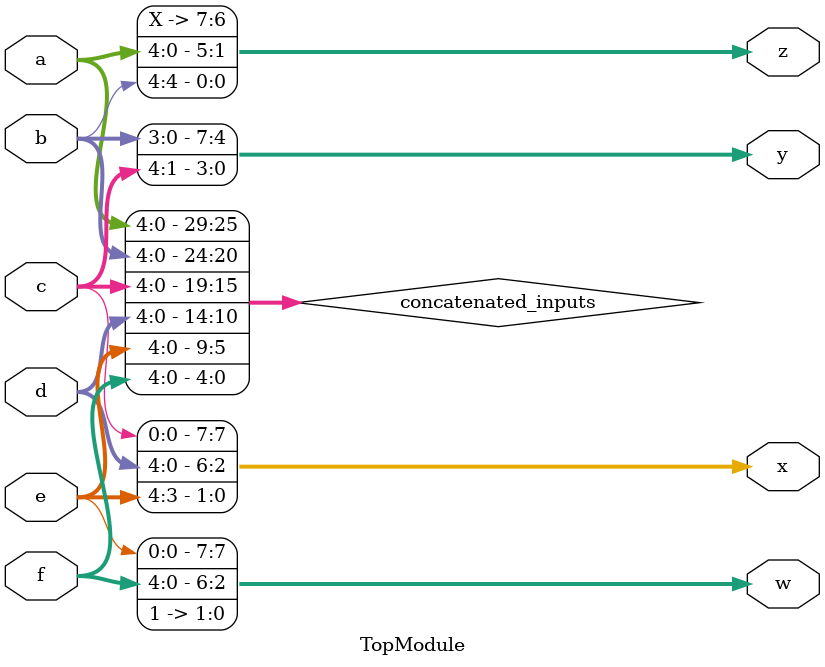
<source format=sv>
module TopModule (
    input logic [4:0] a,
    input logic [4:0] b,
    input logic [4:0] c,
    input logic [4:0] d,
    input logic [4:0] e,
    input logic [4:0] f,
    output logic [7:0] w,
    output logic [7:0] x,
    output logic [7:0] y,
    output logic [7:0] z
);

    logic [29:0] concatenated_inputs;

    assign concatenated_inputs = {a, b, c, d, e, f};

    assign w = {concatenated_inputs[7:0], 1'b1, 1'b1};
    assign x = concatenated_inputs[15:8];
    assign y = concatenated_inputs[23:16];
    assign z = concatenated_inputs[31:24];

endmodule
</source>
